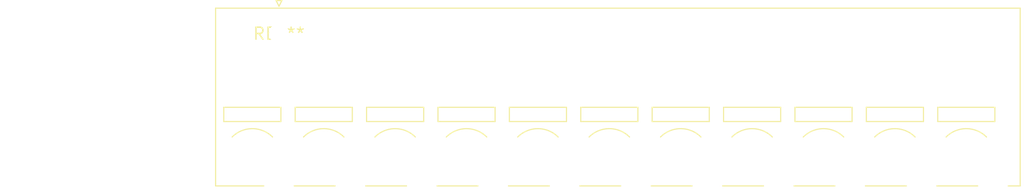
<source format=kicad_pcb>
(kicad_pcb (version 20240108) (generator pcbnew)
  (layers (0 "F.Cu" signal) (31 "B.Cu" signal) (34 "B.Paste" user) (35 "F.Paste" user) (36 "B.SilkS" user "B.Silkscreen") (37 "F.SilkS" user "F.Silkscreen") (38 "B.Mask" user) (39 "F.Mask" user) (44 "Edge.Cuts" user))
  (net 0 "")
  (footprint "PhoenixContact_SPT_5_11-V-7.5-ZB_1x11_P7.5mm_Vertical" (layer "F.Cu") (at 0 0)
    (property "Reference" "REF**")
    (property "Value" "PhoenixContact_SPT_5_11-V-7.5-ZB_1x11_P7.5mm_Vertical")
    (fp_line (start -6.66 -2.69) (end 77.86 -2.69) (layer "F.SilkS") (stroke (width 0.12)))
    (fp_line (start -6.66 16.03) (end -6.66 -2.69) (layer "F.SilkS") (stroke (width 0.12)))
    (fp_line (start -6.66 16.03) (end -1.6 16.03) (layer "F.SilkS") (stroke (width 0.12)))
    (fp_line (start -5.8 7.75) (end -5.8 9.25) (layer "F.SilkS") (stroke (width 0.12)))
    (fp_line (start -5.8 9.25) (end 0.2 9.25) (layer "F.SilkS") (stroke (width 0.12)))
    (fp_line (start -0.3 -3.49) (end 0 -2.89) (layer "F.SilkS") (stroke (width 0.12)))
    (fp_line (start -0.3 -3.49) (end 0.3 -3.49) (layer "F.SilkS") (stroke (width 0.12)))
    (fp_line (start 0.2 7.75) (end -5.8 7.75) (layer "F.SilkS") (stroke (width 0.12)))
    (fp_line (start 0.2 9.25) (end 0.2 7.75) (layer "F.SilkS") (stroke (width 0.12)))
    (fp_line (start 0.3 -3.49) (end 0 -2.89) (layer "F.SilkS") (stroke (width 0.12)))
    (fp_line (start 1.6 16.03) (end 5.9 16.03) (layer "F.SilkS") (stroke (width 0.12)))
    (fp_line (start 1.7 7.75) (end 1.7 9.25) (layer "F.SilkS") (stroke (width 0.12)))
    (fp_line (start 1.7 9.25) (end 7.7 9.25) (layer "F.SilkS") (stroke (width 0.12)))
    (fp_line (start 7.7 7.75) (end 1.7 7.75) (layer "F.SilkS") (stroke (width 0.12)))
    (fp_line (start 7.7 9.25) (end 7.7 7.75) (layer "F.SilkS") (stroke (width 0.12)))
    (fp_line (start 9.1 16.03) (end 13.4 16.03) (layer "F.SilkS") (stroke (width 0.12)))
    (fp_line (start 9.2 7.75) (end 9.2 9.25) (layer "F.SilkS") (stroke (width 0.12)))
    (fp_line (start 9.2 9.25) (end 15.2 9.25) (layer "F.SilkS") (stroke (width 0.12)))
    (fp_line (start 15.2 7.75) (end 9.2 7.75) (layer "F.SilkS") (stroke (width 0.12)))
    (fp_line (start 15.2 9.25) (end 15.2 7.75) (layer "F.SilkS") (stroke (width 0.12)))
    (fp_line (start 16.6 16.03) (end 20.9 16.03) (layer "F.SilkS") (stroke (width 0.12)))
    (fp_line (start 16.7 7.75) (end 16.7 9.25) (layer "F.SilkS") (stroke (width 0.12)))
    (fp_line (start 16.7 9.25) (end 22.7 9.25) (layer "F.SilkS") (stroke (width 0.12)))
    (fp_line (start 22.7 7.75) (end 16.7 7.75) (layer "F.SilkS") (stroke (width 0.12)))
    (fp_line (start 22.7 9.25) (end 22.7 7.75) (layer "F.SilkS") (stroke (width 0.12)))
    (fp_line (start 24.1 16.03) (end 28.4 16.03) (layer "F.SilkS") (stroke (width 0.12)))
    (fp_line (start 24.2 7.75) (end 24.2 9.25) (layer "F.SilkS") (stroke (width 0.12)))
    (fp_line (start 24.2 9.25) (end 30.2 9.25) (layer "F.SilkS") (stroke (width 0.12)))
    (fp_line (start 30.2 7.75) (end 24.2 7.75) (layer "F.SilkS") (stroke (width 0.12)))
    (fp_line (start 30.2 9.25) (end 30.2 7.75) (layer "F.SilkS") (stroke (width 0.12)))
    (fp_line (start 31.6 16.03) (end 35.9 16.03) (layer "F.SilkS") (stroke (width 0.12)))
    (fp_line (start 31.7 7.75) (end 31.7 9.25) (layer "F.SilkS") (stroke (width 0.12)))
    (fp_line (start 31.7 9.25) (end 37.7 9.25) (layer "F.SilkS") (stroke (width 0.12)))
    (fp_line (start 37.7 7.75) (end 31.7 7.75) (layer "F.SilkS") (stroke (width 0.12)))
    (fp_line (start 37.7 9.25) (end 37.7 7.75) (layer "F.SilkS") (stroke (width 0.12)))
    (fp_line (start 39.1 16.03) (end 43.4 16.03) (layer "F.SilkS") (stroke (width 0.12)))
    (fp_line (start 39.2 7.75) (end 39.2 9.25) (layer "F.SilkS") (stroke (width 0.12)))
    (fp_line (start 39.2 9.25) (end 45.2 9.25) (layer "F.SilkS") (stroke (width 0.12)))
    (fp_line (start 45.2 7.75) (end 39.2 7.75) (layer "F.SilkS") (stroke (width 0.12)))
    (fp_line (start 45.2 9.25) (end 45.2 7.75) (layer "F.SilkS") (stroke (width 0.12)))
    (fp_line (start 46.6 16.03) (end 50.9 16.03) (layer "F.SilkS") (stroke (width 0.12)))
    (fp_line (start 46.7 7.75) (end 46.7 9.25) (layer "F.SilkS") (stroke (width 0.12)))
    (fp_line (start 46.7 9.25) (end 52.7 9.25) (layer "F.SilkS") (stroke (width 0.12)))
    (fp_line (start 52.7 7.75) (end 46.7 7.75) (layer "F.SilkS") (stroke (width 0.12)))
    (fp_line (start 52.7 9.25) (end 52.7 7.75) (layer "F.SilkS") (stroke (width 0.12)))
    (fp_line (start 54.1 16.03) (end 58.4 16.03) (layer "F.SilkS") (stroke (width 0.12)))
    (fp_line (start 54.2 7.75) (end 54.2 9.25) (layer "F.SilkS") (stroke (width 0.12)))
    (fp_line (start 54.2 9.25) (end 60.2 9.25) (layer "F.SilkS") (stroke (width 0.12)))
    (fp_line (start 60.2 7.75) (end 54.2 7.75) (layer "F.SilkS") (stroke (width 0.12)))
    (fp_line (start 60.2 9.25) (end 60.2 7.75) (layer "F.SilkS") (stroke (width 0.12)))
    (fp_line (start 61.6 16.03) (end 65.9 16.03) (layer "F.SilkS") (stroke (width 0.12)))
    (fp_line (start 61.7 7.75) (end 61.7 9.25) (layer "F.SilkS") (stroke (width 0.12)))
    (fp_line (start 61.7 9.25) (end 67.7 9.25) (layer "F.SilkS") (stroke (width 0.12)))
    (fp_line (start 67.7 7.75) (end 61.7 7.75) (layer "F.SilkS") (stroke (width 0.12)))
    (fp_line (start 67.7 9.25) (end 67.7 7.75) (layer "F.SilkS") (stroke (width 0.12)))
    (fp_line (start 69.1 16.03) (end 73.4 16.03) (layer "F.SilkS") (stroke (width 0.12)))
    (fp_line (start 69.2 7.75) (end 69.2 9.25) (layer "F.SilkS") (stroke (width 0.12)))
    (fp_line (start 69.2 9.25) (end 75.2 9.25) (layer "F.SilkS") (stroke (width 0.12)))
    (fp_line (start 75.2 7.75) (end 69.2 7.75) (layer "F.SilkS") (stroke (width 0.12)))
    (fp_line (start 75.2 9.25) (end 75.2 7.75) (layer "F.SilkS") (stroke (width 0.12)))
    (fp_line (start 76.6 16.03) (end 77.86 16.03) (layer "F.SilkS") (stroke (width 0.12)))
    (fp_line (start 77.86 -2.69) (end 77.86 16.03) (layer "F.SilkS") (stroke (width 0.12)))
    (fp_arc (start -4.92132 10.87868) (mid -2.8 10) (end -0.67868 10.87868) (layer "F.SilkS") (stroke (width 0.12)))
    (fp_arc (start 2.57868 10.87868) (mid 4.7 10) (end 6.82132 10.87868) (layer "F.SilkS") (stroke (width 0.12)))
    (fp_arc (start 10.07868 10.87868) (mid 12.2 10) (end 14.32132 10.87868) (layer "F.SilkS") (stroke (width 0.12)))
    (fp_arc (start 17.57868 10.87868) (mid 19.7 10) (end 21.82132 10.87868) (layer "F.SilkS") (stroke (width 0.12)))
    (fp_arc (start 25.07868 10.87868) (mid 27.2 10) (end 29.32132 10.87868) (layer "F.SilkS") (stroke (width 0.12)))
    (fp_arc (start 32.57868 10.87868) (mid 34.7 10) (end 36.82132 10.87868) (layer "F.SilkS") (stroke (width 0.12)))
    (fp_arc (start 40.07868 10.87868) (mid 42.2 10) (end 44.32132 10.87868) (layer "F.SilkS") (stroke (width 0.12)))
    (fp_arc (start 47.57868 10.87868) (mid 49.7 10) (end 51.82132 10.87868) (layer "F.SilkS") (stroke (width 0.12)))
    (fp_arc (start 55.07868 10.87868) (mid 57.2 10) (end 59.32132 10.87868) (layer "F.SilkS") (stroke (width 0.12)))
    (fp_arc (start 62.57868 10.87868) (mid 64.7 10) (end 66.82132 10.87868) (layer "F.SilkS") (stroke (width 0.12)))
    (fp_arc (start 70.07868 10.87868) (mid 72.2 10) (end 74.32132 10.87868) (layer "F.SilkS") (stroke (width 0.12)))
    (pad "1" thru_hole roundrect (at 0 0) (size 2.8 4.3) (drill 2.1) (layers *.Cu *.Mask) (remove_unused_layers) (roundrect_rratio 0.089286))
    (pad "2" thru_hole oval (at 7.5 14) (size 2.8 4.3) (drill 2.1) (layers *.Cu *.Mask) (remove_unused_layers))
    (pad "3" thru_hole oval (at 15 0) (size 2.8 4.3) (drill 2.1) (layers *.Cu *.Mask) (remove_unused_layers))
    (pad "4" thru_hole oval (at 22.5 14) (size 2.8 4.3) (drill 2.1) (layers *.Cu *.Mask) (remove_unused_layers))
    (pad "5" thru_hole oval (at 30 0) (size 2.8 4.3) (drill 2.1) (layers *.Cu *.Mask) (remove_unused_layers))
    (pad "6" thru_hole oval (at 37.5 14) (size 2.8 4.3) (drill 2.1) (layers *.Cu *.Mask) (remove_unused_layers))
    (pad "7" thru_hole oval (at 45 0) (size 2.8 4.3) (drill 2.1) (layers *.Cu *.Mask) (remove_unused_layers))
    (pad "8" thru_hole oval (at 52.5 14) (size 2.8 4.3) (drill 2.1) (layers *.Cu *.Mask) (remove_unused_layers))
    (pad "9" thru_hole oval (at 60 0) (size 2.8 4.3) (drill 2.1) (layers *.Cu *.Mask) (remove_unused_layers))
    (pad "10" thru_hole oval (at 67.5 14) (size 2.8 4.3) (drill 2.1) (layers *.Cu *.Mask) (remove_unused_layers))
    (pad "11" thru_hole oval (at 75 0) (size 2.8 4.3) (drill 2.1) (layers *.Cu *.Mask) (remove_unused_layers))
  )
)
</source>
